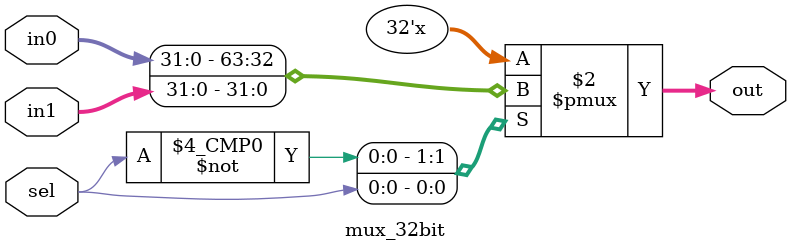
<source format=v>
/*
E/16/388
lab 5 part 4
Mux to select between 4 8bit values
*/

module mux_32bit (in0, in1, sel, out);
	
	input [31:0] in0, in1;
	input sel;    
	output reg[31:0] out;
	
	always @(sel, in0, in1)		//sensitivity list
	begin

		case(sel)				//select out value on sel signal

			0 : out = in0; 
			1 : out = in1;

		endcase
	end	

endmodule
</source>
